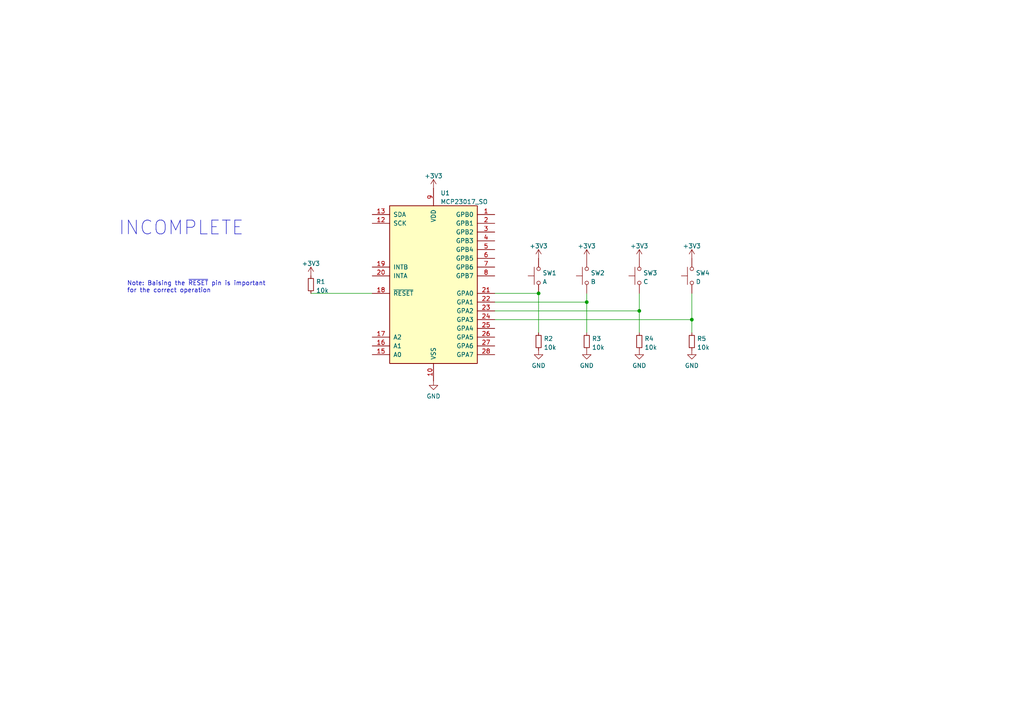
<source format=kicad_sch>
(kicad_sch (version 20211123) (generator eeschema)
  (paper "A4")
  (lib_symbols
    (symbol "Device:R_Small" (pin_numbers hide) (pin_names (offset 0.254) hide)
      (property "Reference" "R" (at 0.762 0.508 0))
      (property "Value" "R_Small" (at 0.762 -1.016 0))
      (symbol "R_Small_0_1"
        (rectangle (start -0.762 1.778) (end 0.762 -1.778) (stroke (width 0.2032)))
      )
      (symbol "R_Small_1_1"
        (pin passive line (at 0 2.54 270) (length 0.762) (name "~") (number "1"))
        (pin passive line (at 0 -2.54 90) (length 0.762) (name "~") (number "2"))
      )
    )
    (symbol "Interface_Expansion:MCP23017_SO" (pin_names (offset 1.016))
      (property "Reference" "U" (at -11.43 24.13 0))
      (property "Value" "MCP23017_SO" (at 0 0 0))
      (symbol "MCP23017_SO_0_1"
        (rectangle (start -12.7 22.86) (end 12.7 -22.86) (stroke (width 0.254)) (fill (type background)))
      )
      (symbol "MCP23017_SO_1_1"
        (pin bidirectional line (at 17.78 20.32 180) (length 5.08) (name "GPB0") (number "1"))
        (pin power_in line (at 0 -27.94 90) (length 5.08) (name "VSS") (number "10"))
        (pin no_connect line (at -12.7 15.24 0) (length 5.08) hide (name "NC") (number "11"))
        (pin input line (at -17.78 17.78 0) (length 5.08) (name "SCK") (number "12"))
        (pin bidirectional line (at -17.78 20.32 0) (length 5.08) (name "SDA") (number "13"))
        (pin no_connect line (at -12.7 12.7 0) (length 5.08) hide (name "NC") (number "14"))
        (pin input line (at -17.78 -20.32 0) (length 5.08) (name "A0") (number "15"))
        (pin input line (at -17.78 -17.78 0) (length 5.08) (name "A1") (number "16"))
        (pin input line (at -17.78 -15.24 0) (length 5.08) (name "A2") (number "17"))
        (pin input line (at -17.78 -2.54 0) (length 5.08) (name "~{RESET}") (number "18"))
        (pin tri_state line (at -17.78 5.08 0) (length 5.08) (name "INTB") (number "19"))
        (pin bidirectional line (at 17.78 17.78 180) (length 5.08) (name "GPB1") (number "2"))
        (pin tri_state line (at -17.78 2.54 0) (length 5.08) (name "INTA") (number "20"))
        (pin bidirectional line (at 17.78 -2.54 180) (length 5.08) (name "GPA0") (number "21"))
        (pin bidirectional line (at 17.78 -5.08 180) (length 5.08) (name "GPA1") (number "22"))
        (pin bidirectional line (at 17.78 -7.62 180) (length 5.08) (name "GPA2") (number "23"))
        (pin bidirectional line (at 17.78 -10.16 180) (length 5.08) (name "GPA3") (number "24"))
        (pin bidirectional line (at 17.78 -12.7 180) (length 5.08) (name "GPA4") (number "25"))
        (pin bidirectional line (at 17.78 -15.24 180) (length 5.08) (name "GPA5") (number "26"))
        (pin bidirectional line (at 17.78 -17.78 180) (length 5.08) (name "GPA6") (number "27"))
        (pin bidirectional line (at 17.78 -20.32 180) (length 5.08) (name "GPA7") (number "28"))
        (pin bidirectional line (at 17.78 15.24 180) (length 5.08) (name "GPB2") (number "3"))
        (pin bidirectional line (at 17.78 12.7 180) (length 5.08) (name "GPB3") (number "4"))
        (pin bidirectional line (at 17.78 10.16 180) (length 5.08) (name "GPB4") (number "5"))
        (pin bidirectional line (at 17.78 7.62 180) (length 5.08) (name "GPB5") (number "6"))
        (pin bidirectional line (at 17.78 5.08 180) (length 5.08) (name "GPB6") (number "7"))
        (pin bidirectional line (at 17.78 2.54 180) (length 5.08) (name "GPB7") (number "8"))
        (pin power_in line (at 0 27.94 270) (length 5.08) (name "VDD") (number "9"))
      )
    )
    (symbol "Switch:SW_Push" (pin_numbers hide) (pin_names (offset 1.016) hide)
      (property "Reference" "SW" (at 1.27 2.54 0))
      (property "Value" "SW_Push" (at 0 -1.524 0))
      (symbol "SW_Push_0_1"
        (circle (center -2.032 0) (radius 0.508))
        (polyline (pts (xy 0 1.27) (xy 0 3.048)))
        (polyline (pts (xy 2.54 1.27) (xy -2.54 1.27)))
        (circle (center 2.032 0) (radius 0.508))
        (pin passive line (at -5.08 0 0) (length 2.54) (name "1") (number "1"))
        (pin passive line (at 5.08 0 180) (length 2.54) (name "2") (number "2"))
      )
    )
    (symbol "power:+3.3V" (power) (pin_names (offset 0))
      (property "Value" "+3.3V" (at 0 3.556 0))
      (symbol "+3.3V_0_1"
        (polyline (pts (xy -0.762 1.27) (xy 0 2.54)))
        (polyline (pts (xy 0 0) (xy 0 2.54)))
        (polyline (pts (xy 0 2.54) (xy 0.762 1.27)))
      )
      (symbol "+3.3V_1_1"
        (pin power_in line (at 0 0 90) (length 0) hide (name "+3V3") (number "1"))
      )
    )
    (symbol "power:GND" (power) (pin_names (offset 0))
      (property "Value" "GND" (at 0 -3.81 0))
      (symbol "GND_0_1"
        (polyline (pts (xy 0 0) (xy 0 -1.27) (xy 1.27 -1.27) (xy 0 -2.54) (xy -1.27 -1.27) (xy 0 -1.27)))
      )
      (symbol "GND_1_1"
        (pin power_in line (at 0 0 270) (length 0) hide (name "GND") (number "1"))
      )
    )
  )
  (junction (at 170.18 87.63))
  (junction (at 156.21 85.09))
  (junction (at 185.42 90.17))
  (junction (at 200.66 92.71))
  (wire (pts (xy 170.18 87.63) (xy 170.18 85.09)))
  (wire (pts (xy 90.17 85.09) (xy 107.95 85.09)))
  (wire (pts (xy 156.21 85.09) (xy 156.21 96.52)))
  (wire (pts (xy 143.51 87.63) (xy 170.18 87.63)))
  (wire (pts (xy 170.18 87.63) (xy 170.18 96.52)))
  (wire (pts (xy 185.42 90.17) (xy 185.42 96.52)))
  (wire (pts (xy 143.51 85.09) (xy 156.21 85.09)))
  (wire (pts (xy 143.51 92.71) (xy 200.66 92.71)))
  (wire (pts (xy 200.66 92.71) (xy 200.66 96.52)))
  (wire (pts (xy 185.42 90.17) (xy 185.42 85.09)))
  (wire (pts (xy 143.51 90.17) (xy 185.42 90.17)))
  (wire (pts (xy 200.66 92.71) (xy 200.66 85.09)))
  (text "INCOMPLETE" (at 34.29 68.58 0) (effects (font (size 4 4)) (justify left bottom)))
  (text "Note: Baising the ~{RESET} pin is important\nfor the correct operation" (at 36.83 85.09 0) (effects (font (size 1.27 1.27)) (justify left bottom)))
  (symbol (lib_id "Device:R_Small") (at 185.42 99.06 0) (unit 1)
    (property "Reference" "R4" (at 186.9186 98.2253 0) (effects (justify left)))
    (property "Value" "10k" (at 186.9186 100.7622 0) (effects (justify left)))
  )
  (symbol (lib_id "Switch:SW_Push") (at 170.18 80.01 90) (unit 1)
    (property "Reference" "SW2" (at 171.323 79.1753 90) (effects (justify right)))
    (property "Value" "B" (at 171.323 81.7122 90) (effects (justify right)))
  )
  (symbol (lib_id "Switch:SW_Push") (at 185.42 80.01 90) (unit 1)
    (property "Reference" "SW3" (at 186.563 79.1753 90) (effects (justify right)))
    (property "Value" "C" (at 186.563 81.7122 90) (effects (justify right)))
  )
  (symbol (lib_id "Switch:SW_Push") (at 156.21 80.01 90) (unit 1)
    (property "Reference" "SW1" (at 157.353 79.1753 90) (effects (justify right)))
    (property "Value" "A" (at 157.353 81.7122 90) (effects (justify right)))
  )
  (symbol (lib_id "power:+3.3V") (at 170.18 74.93 0) (unit 1)
    (property "Reference" "#PWR06" (effects hide))
    (property "Value" "+3.3V" (at 170.18 71.3542 0))
  )
  (symbol (lib_id "Device:R_Small") (at 200.66 99.06 0) (unit 1)
    (property "Reference" "R5" (at 202.1586 98.2253 0) (effects (justify left)))
    (property "Value" "10k" (at 202.1586 100.7622 0) (effects (justify left)))
  )
  (symbol (lib_id "power:+3.3V") (at 90.17 80.01 0) (unit 1)
    (property "Reference" "#PWR01" (effects hide))
    (property "Value" "+3.3V" (at 90.17 76.4342 0))
  )
  (symbol (lib_id "Switch:SW_Push") (at 200.66 80.01 90) (unit 1)
    (property "Reference" "SW4" (at 201.803 79.1753 90) (effects (justify right)))
    (property "Value" "D" (at 201.803 81.7122 90) (effects (justify right)))
  )
  (symbol (lib_id "Device:R_Small") (at 156.21 99.06 0) (unit 1)
    (property "Reference" "R2" (at 157.7086 98.2253 0) (effects (justify left)))
    (property "Value" "10k" (at 157.7086 100.7622 0) (effects (justify left)))
  )
  (symbol (lib_id "power:+3.3V") (at 125.73 54.61 0) (unit 1)
    (property "Reference" "#PWR02" (effects hide))
    (property "Value" "+3.3V" (at 125.73 51.0342 0))
  )
  (symbol (lib_id "power:GND") (at 125.73 110.49 0) (unit 1)
    (property "Reference" "#PWR03" (effects hide))
    (property "Value" "GND" (at 125.73 114.9334 0))
  )
  (symbol (lib_id "power:+3.3V") (at 156.21 74.93 0) (unit 1)
    (property "Reference" "#PWR04" (effects hide))
    (property "Value" "+3.3V" (at 156.21 71.3542 0))
  )
  (symbol (lib_id "Device:R_Small") (at 170.18 99.06 0) (unit 1)
    (property "Reference" "R3" (at 171.6786 98.2253 0) (effects (justify left)))
    (property "Value" "10k" (at 171.6786 100.7622 0) (effects (justify left)))
  )
  (symbol (lib_id "Device:R_Small") (at 90.17 82.55 0) (unit 1)
    (property "Reference" "R1" (at 91.6686 81.7153 0) (effects (justify left)))
    (property "Value" "10k" (at 91.6686 84.2522 0) (effects (justify left)))
  )
  (symbol (lib_id "Interface_Expansion:MCP23017_SO") (at 125.73 82.55 0) (unit 1)
    (property "Reference" "U1" (at 127.7494 55.9902 0) (effects (justify left)))
    (property "Value" "MCP23017_SO" (at 127.7494 58.5271 0) (effects (justify left)))
    (property "Footprint" "Package_SO:SOIC-28W_7.5x17.9mm_P1.27mm" (effects hide))
    (property "Datasheet" "http://ww1.microchip.com/downloads/en/DeviceDoc/20001952C.pdf" (effects hide))
  )
  (symbol (lib_id "power:+3.3V") (at 200.66 74.93 0) (unit 1)
    (property "Reference" "#PWR010" (effects hide))
    (property "Value" "+3.3V" (at 200.66 71.3542 0))
  )
  (symbol (lib_id "power:GND") (at 200.66 101.6 0) (unit 1)
    (property "Reference" "#PWR011" (effects hide))
    (property "Value" "GND" (at 200.66 106.0434 0))
  )
  (symbol (lib_id "power:GND") (at 185.42 101.6 0) (unit 1)
    (property "Reference" "#PWR09" (effects hide))
    (property "Value" "GND" (at 185.42 106.0434 0))
  )
  (symbol (lib_id "power:GND") (at 156.21 101.6 0) (unit 1)
    (property "Reference" "#PWR05" (effects hide))
    (property "Value" "GND" (at 156.21 106.0434 0))
  )
  (symbol (lib_id "power:+3.3V") (at 185.42 74.93 0) (unit 1)
    (property "Reference" "#PWR08" (effects hide))
    (property "Value" "+3.3V" (at 185.42 71.3542 0))
  )
  (symbol (lib_id "power:GND") (at 170.18 101.6 0) (unit 1)
    (property "Reference" "#PWR07" (effects hide))
    (property "Value" "GND" (at 170.18 106.0434 0))
  )
)
</source>
